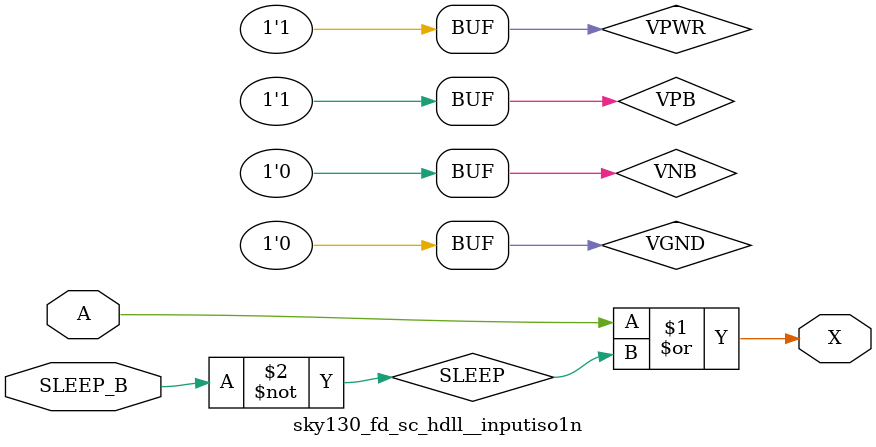
<source format=v>
/*
 * Copyright 2020 The SkyWater PDK Authors
 *
 * Licensed under the Apache License, Version 2.0 (the "License");
 * you may not use this file except in compliance with the License.
 * You may obtain a copy of the License at
 *
 *     https://www.apache.org/licenses/LICENSE-2.0
 *
 * Unless required by applicable law or agreed to in writing, software
 * distributed under the License is distributed on an "AS IS" BASIS,
 * WITHOUT WARRANTIES OR CONDITIONS OF ANY KIND, either express or implied.
 * See the License for the specific language governing permissions and
 * limitations under the License.
 *
 * SPDX-License-Identifier: Apache-2.0
*/


`ifndef SKY130_FD_SC_HDLL__INPUTISO1N_BEHAVIORAL_V
`define SKY130_FD_SC_HDLL__INPUTISO1N_BEHAVIORAL_V

/**
 * inputiso1n: Input isolation, inverted sleep.
 *
 *             X = (A & SLEEP_B)
 *
 * Verilog simulation functional model.
 */

`timescale 1ns / 1ps
`default_nettype none

`celldefine
module sky130_fd_sc_hdll__inputiso1n (
    X      ,
    A      ,
    SLEEP_B
);

    // Module ports
    output X      ;
    input  A      ;
    input  SLEEP_B;

    // Module supplies
    supply1 VPWR;
    supply0 VGND;
    supply1 VPB ;
    supply0 VNB ;

    // Local signals
    wire SLEEP;

    //  Name  Output  Other arguments
    not not0 (SLEEP , SLEEP_B        );
    or  or0  (X     , A, SLEEP       );

endmodule
`endcelldefine

`default_nettype wire
`endif  // SKY130_FD_SC_HDLL__INPUTISO1N_BEHAVIORAL_V
</source>
